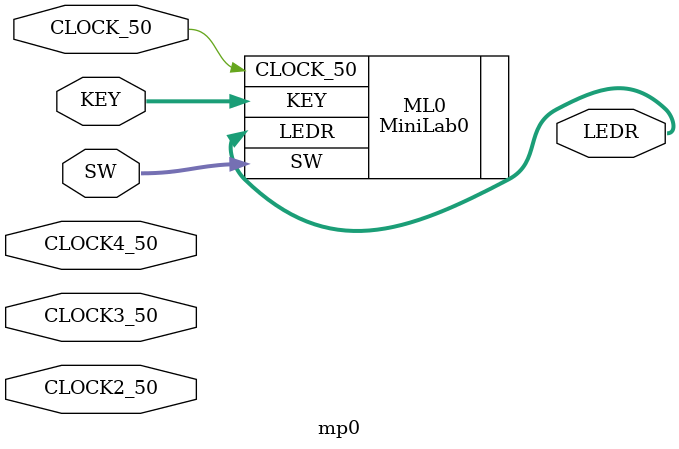
<source format=v>


module mp0(

	//////////// CLOCK //////////
	input 		          		CLOCK2_50,
	input 		          		CLOCK3_50,
	input 		          		CLOCK4_50,
	input 		          		CLOCK_50,

	//////////// KEY //////////
	input 		     [3:0]		KEY,

	//////////// LED //////////
	output		     [9:0]		LEDR,

	//////////// SW //////////
	input 		     [9:0]		SW
);



//=======================================================
//  REG/WIRE declarations
//=======================================================




//=======================================================
//  Structural coding
//=======================================================

MiniLab0 ML0(.KEY(KEY), .CLOCK_50(CLOCK_50), .SW(SW), .LEDR(LEDR));

endmodule

</source>
